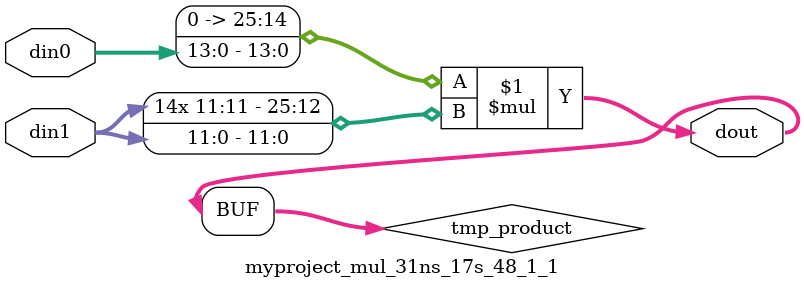
<source format=v>

`timescale 1 ns / 1 ps

  module myproject_mul_31ns_17s_48_1_1(din0, din1, dout);
parameter ID = 1;
parameter NUM_STAGE = 0;
parameter din0_WIDTH = 14;
parameter din1_WIDTH = 12;
parameter dout_WIDTH = 26;

input [din0_WIDTH - 1 : 0] din0; 
input [din1_WIDTH - 1 : 0] din1; 
output [dout_WIDTH - 1 : 0] dout;

wire signed [dout_WIDTH - 1 : 0] tmp_product;











assign tmp_product = $signed({1'b0, din0}) * $signed(din1);










assign dout = tmp_product;







endmodule

</source>
